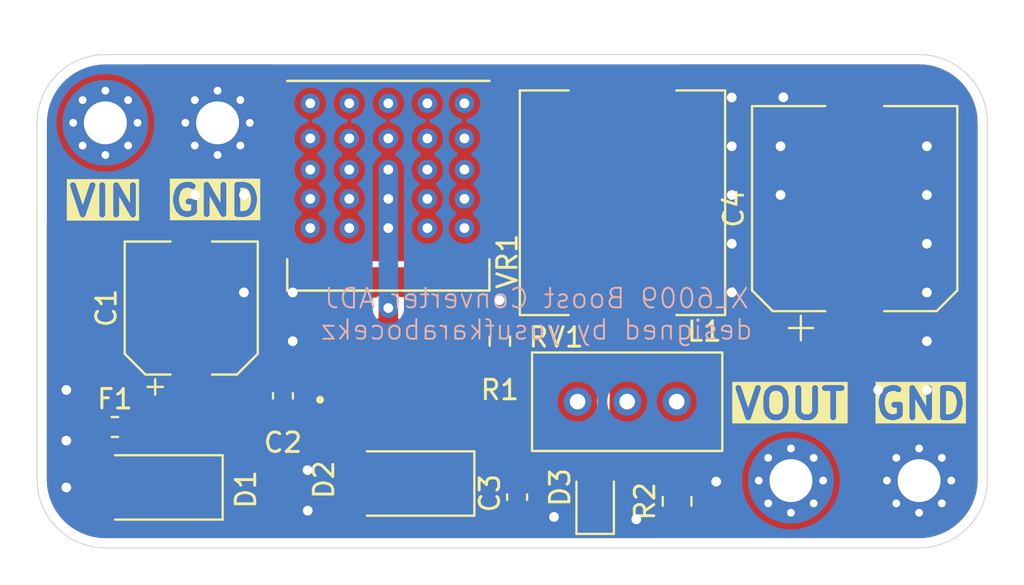
<source format=kicad_pcb>
(kicad_pcb (version 20241229) (generator "pcbnew") (generator_version "9.0")
  (layers (0 "F.Cu" signal) (2 "B.Cu" signal) (13 "F.Paste" user) (15 "B.Paste" user) (5 "F.SilkS" user "F.Silkscreen") (7 "B.SilkS" user "B.Silkscreen") (1 "F.Mask" user) (3 "B.Mask" user) (25 "Edge.Cuts" user))
  (net 0 "")
  (net 1 "VDD")
  (net 2 "GND")
  (net 3 "VOUT")
  (net 4 "Net-(D2-A)")
  (net 5 "Net-(D3-A)")
  (net 6 "VCC")
  (net 7 "Net-(VR1-FB)")
  (footprint "Fuse:Fuse_0603_1608Metric" (layer "F.Cu") (at 168.3875 79.4)
    (property "Reference" "F1" (at 0 -1.43 0) (layer "F.SilkS"))
    (property "Value" "MF-MSMF0503" (hide yes))
    (fp_line (start -0.162779 -0.51) (end 0.162779 -0.51) (stroke (width 0.12)) (layer "F.SilkS"))
    (fp_line (start -0.162779 0.51) (end 0.162779 0.51) (stroke (width 0.12)) (layer "F.SilkS"))
    (pad "1" smd roundrect (at -0.7875 0) (size 0.875 0.95) (layers "F.Cu" "F.Mask" "F.Paste") (net 6 "VCC"))
    (pad "2" smd roundrect (at 0.7875 0) (size 0.875 0.95) (layers "F.Cu" "F.Mask" "F.Paste") (net 1 "VDD"))
  )
  (footprint "XL6009:DPAK170P1435X465-6N" (layer "F.Cu") (at 182.4 69.7 90)
    (property "Reference" "VR1" (at -1.2 6.1 270) (layer "F.SilkS"))
    (property "Value" "XL6009" (hide yes))
    (fp_line (start 8.05 -5.18) (end 8.05 5.18) (stroke (width 0.127)) (layer "F.SilkS"))
    (fp_line (start -1.1 -5.18) (end -2.705 -5.18) (stroke (width 0.127)) (layer "F.SilkS"))
    (fp_line (start -2.705 -5.18) (end -2.705 5.18) (stroke (width 0.127)) (layer "F.SilkS"))
    (fp_line (start -1.1 5.18) (end -2.705 5.18) (stroke (width 0.127)) (layer "F.SilkS"))
    (fp_circle (center -8.3 -3.5) (end -8.2 -3.5) (stroke (width 0.2)) (fill no) (layer "F.SilkS"))
    (pad "1" smd rect (at -6.13 -3.4 90) (size 3.21 1.05) (layers "F.Cu" "F.Mask" "F.Paste") (net 2 "GND"))
    (pad "2" smd rect (at -6.13 -1.7 90) (size 3.21 1.05) (layers "F.Cu" "F.Mask" "F.Paste") (net 1 "VDD"))
    (pad "3" smd rect (at -6.13 0 90) (size 3.21 1.05) (layers "F.Cu" "F.Mask" "F.Paste") (net 4 "Net-(D2-A)"))
    (pad "4" smd rect (at -6.13 1.7 90) (size 3.21 1.05) (layers "F.Cu" "F.Mask" "F.Paste") (net 1 "VDD"))
    (pad "5" smd rect (at -6.13 3.4 90) (size 3.21 1.05) (layers "F.Cu" "F.Mask" "F.Paste") (net 7 "Net-(VR1-FB)"))
    (pad "6" smd rect (at 3.5 0 90) (size 8.46 10.53) (layers "F.Cu" "F.Mask") (net 4 "Net-(D2-A)"))
  )
  (footprint "LED_SMD:LED_0805_2012Metric" (layer "F.Cu") (at 193 83.2 90)
    (property "Reference" "D3" (at 0.7 -1.8 90) (layer "F.SilkS"))
    (property "Value" "LED" (hide yes))
    (fp_line (start 1 -0.96) (end -1.685 -0.96) (stroke (width 0.12)) (layer "F.SilkS"))
    (fp_line (start -1.685 -0.96) (end -1.685 0.96) (stroke (width 0.12)) (layer "F.SilkS"))
    (fp_line (start -1.685 0.96) (end 1 0.96) (stroke (width 0.12)) (layer "F.SilkS"))
    (pad "1" smd roundrect (at -0.9375 0 90) (size 0.975 1.4) (layers "F.Cu" "F.Mask" "F.Paste") (net 2 "GND"))
    (pad "2" smd roundrect (at 0.9375 0 90) (size 0.975 1.4) (layers "F.Cu" "F.Mask" "F.Paste") (net 5 "Net-(D3-A)"))
  )
  (footprint "MountingHole:MountingHole_2.2mm_M2_Pad_Via" (layer "F.Cu") (at 173.65 63.8)
    (property "Reference" "H2" (hide yes))
    (property "Value" "GND" (hide yes))
    (pad "1" thru_hole circle (at -1.65 0) (size 0.7 0.7) (drill 0.4) (layers "*.Cu" "*.Mask") (net 2 "GND"))
    (pad "1" thru_hole circle (at -1.166726 -1.166726) (size 0.7 0.7) (drill 0.4) (layers "*.Cu" "*.Mask") (net 2 "GND"))
    (pad "1" thru_hole circle (at -1.166726 1.166726) (size 0.7 0.7) (drill 0.4) (layers "*.Cu" "*.Mask") (net 2 "GND"))
    (pad "1" thru_hole circle (at 0 -1.65) (size 0.7 0.7) (drill 0.4) (layers "*.Cu" "*.Mask") (net 2 "GND"))
    (pad "1" thru_hole circle (at 0 0) (size 4.4 4.4) (drill 2.2) (layers "*.Cu" "*.Mask") (net 2 "GND"))
    (pad "1" thru_hole circle (at 0 1.65) (size 0.7 0.7) (drill 0.4) (layers "*.Cu" "*.Mask") (net 2 "GND"))
    (pad "1" thru_hole circle (at 1.166726 -1.166726) (size 0.7 0.7) (drill 0.4) (layers "*.Cu" "*.Mask") (net 2 "GND"))
    (pad "1" thru_hole circle (at 1.166726 1.166726) (size 0.7 0.7) (drill 0.4) (layers "*.Cu" "*.Mask") (net 2 "GND"))
    (pad "1" thru_hole circle (at 1.65 0) (size 0.7 0.7) (drill 0.4) (layers "*.Cu" "*.Mask") (net 2 "GND"))
  )
  (footprint "MountingHole:MountingHole_2.2mm_M2_Pad_Via" (layer "F.Cu") (at 167.9 63.8)
    (property "Reference" "H1" (hide yes))
    (property "Value" "VCC" (hide yes))
    (pad "1" thru_hole circle (at -1.65 0) (size 0.7 0.7) (drill 0.4) (layers "*.Cu" "*.Mask") (net 6 "VCC"))
    (pad "1" thru_hole circle (at -1.166726 -1.166726) (size 0.7 0.7) (drill 0.4) (layers "*.Cu" "*.Mask") (net 6 "VCC"))
    (pad "1" thru_hole circle (at -1.166726 1.166726) (size 0.7 0.7) (drill 0.4) (layers "*.Cu" "*.Mask") (net 6 "VCC"))
    (pad "1" thru_hole circle (at 0 -1.65) (size 0.7 0.7) (drill 0.4) (layers "*.Cu" "*.Mask") (net 6 "VCC"))
    (pad "1" thru_hole circle (at 0 0) (size 4.4 4.4) (drill 2.2) (layers "*.Cu" "*.Mask") (net 6 "VCC"))
    (pad "1" thru_hole circle (at 0 1.65) (size 0.7 0.7) (drill 0.4) (layers "*.Cu" "*.Mask") (net 6 "VCC"))
    (pad "1" thru_hole circle (at 1.166726 -1.166726) (size 0.7 0.7) (drill 0.4) (layers "*.Cu" "*.Mask") (net 6 "VCC"))
    (pad "1" thru_hole circle (at 1.166726 1.166726) (size 0.7 0.7) (drill 0.4) (layers "*.Cu" "*.Mask") (net 6 "VCC"))
    (pad "1" thru_hole circle (at 1.65 0) (size 0.7 0.7) (drill 0.4) (layers "*.Cu" "*.Mask") (net 6 "VCC"))
  )
  (footprint "Potentiometer_THT:Potentiometer_Bourns_3296W_Vertical" (layer "F.Cu") (at 197.18 78.1)
    (property "Reference" "RV1" (at -6.18 -3.3 0) (layer "F.SilkS"))
    (property "Value" "50k" (hide yes))
    (fp_line (start -7.415 -2.52) (end -7.415 2.53) (stroke (width 0.12)) (layer "F.SilkS"))
    (fp_line (start -7.415 -2.52) (end 2.335 -2.52) (stroke (width 0.12)) (layer "F.SilkS"))
    (fp_line (start -7.415 2.53) (end 2.335 2.53) (stroke (width 0.12)) (layer "F.SilkS"))
    (fp_line (start 2.335 -2.52) (end 2.335 2.53) (stroke (width 0.12)) (layer "F.SilkS"))
    (pad "1" thru_hole circle (at 0 0) (size 1.44 1.44) (drill 0.8) (layers "*.Cu" "*.Mask") (net 3 "VOUT"))
    (pad "2" thru_hole circle (at -2.54 0) (size 1.44 1.44) (drill 0.8) (layers "*.Cu" "*.Mask") (net 3 "VOUT"))
    (pad "3" thru_hole circle (at -5.08 0) (size 1.44 1.44) (drill 0.8) (layers "*.Cu" "*.Mask") (net 7 "Net-(VR1-FB)"))
  )
  (footprint "Resistor_SMD:R_0603_1608Metric" (layer "F.Cu") (at 188.1152 74.999233 -90)
    (property "Reference" "R1" (at 2.500767 0 180) (layer "F.SilkS"))
    (property "Value" "330R" (hide yes))
    (fp_line (start -0.237258 0.5225) (end 0.237258 0.5225) (stroke (width 0.12)) (layer "F.SilkS"))
    (fp_line (start -0.237258 -0.5225) (end 0.237258 -0.5225) (stroke (width 0.12)) (layer "F.SilkS"))
    (pad "1" smd roundrect (at -0.825 0 270) (size 0.8 0.95) (layers "F.Cu" "F.Mask" "F.Paste") (net 2 "GND"))
    (pad "2" smd roundrect (at 0.825 0 270) (size 0.8 0.95) (layers "F.Cu" "F.Mask" "F.Paste") (net 7 "Net-(VR1-FB)"))
  )
  (footprint "MountingHole:MountingHole_2.2mm_M2_Pad_Via" (layer "F.Cu") (at 203.033274 82.15)
    (property "Reference" "H3" (hide yes))
    (property "Value" "VOUT" (hide yes))
    (pad "1" thru_hole circle (at -1.65 0) (size 0.7 0.7) (drill 0.4) (layers "*.Cu" "*.Mask") (net 3 "VOUT"))
    (pad "1" thru_hole circle (at -1.166726 -1.166726) (size 0.7 0.7) (drill 0.4) (layers "*.Cu" "*.Mask") (net 3 "VOUT"))
    (pad "1" thru_hole circle (at -1.166726 1.166726) (size 0.7 0.7) (drill 0.4) (layers "*.Cu" "*.Mask") (net 3 "VOUT"))
    (pad "1" thru_hole circle (at 0 -1.65) (size 0.7 0.7) (drill 0.4) (layers "*.Cu" "*.Mask") (net 3 "VOUT"))
    (pad "1" thru_hole circle (at 0 0) (size 4.4 4.4) (drill 2.2) (layers "*.Cu" "*.Mask") (net 3 "VOUT"))
    (pad "1" thru_hole circle (at 0 1.65) (size 0.7 0.7) (drill 0.4) (layers "*.Cu" "*.Mask") (net 3 "VOUT"))
    (pad "1" thru_hole circle (at 1.166726 -1.166726) (size 0.7 0.7) (drill 0.4) (layers "*.Cu" "*.Mask") (net 3 "VOUT"))
    (pad "1" thru_hole circle (at 1.166726 1.166726) (size 0.7 0.7) (drill 0.4) (layers "*.Cu" "*.Mask") (net 3 "VOUT"))
    (pad "1" thru_hole circle (at 1.65 0) (size 0.7 0.7) (drill 0.4) (layers "*.Cu" "*.Mask") (net 3 "VOUT"))
  )
  (footprint "Capacitor_SMD:CP_Elec_10x10" (layer "F.Cu") (at 206.3 68.2 90)
    (property "Reference" "C4" (at 0 -6.2 90) (layer "F.SilkS"))
    (property "Value" "47uF" (hide yes))
    (fp_line (start 5.26 -5.26) (end 5.26 -1.51) (stroke (width 0.12)) (layer "F.SilkS"))
    (fp_line (start -4.195563 -5.26) (end 5.26 -5.26) (stroke (width 0.12)) (layer "F.SilkS"))
    (fp_line (start -5.26 -4.195563) (end -4.195563 -5.26) (stroke (width 0.12)) (layer "F.SilkS"))
    (fp_line (start -5.26 -4.195563) (end -5.26 -1.51) (stroke (width 0.12)) (layer "F.SilkS"))
    (fp_line (start -6.125 -3.385) (end -6.125 -2.135) (stroke (width 0.12)) (layer "F.SilkS"))
    (fp_line (start -6.75 -2.76) (end -5.5 -2.76) (stroke (width 0.12)) (layer "F.SilkS"))
    (fp_line (start -5.26 4.195563) (end -5.26 1.51) (stroke (width 0.12)) (layer "F.SilkS"))
    (fp_line (start -5.26 4.195563) (end -4.195563 5.26) (stroke (width 0.12)) (layer "F.SilkS"))
    (fp_line (start 5.26 5.26) (end 5.26 1.51) (stroke (width 0.12)) (layer "F.SilkS"))
    (fp_line (start -4.195563 5.26) (end 5.26 5.26) (stroke (width 0.12)) (layer "F.SilkS"))
    (pad "1" smd roundrect (at -4 0 90) (size 4 2.5) (layers "F.Cu" "F.Mask" "F.Paste") (roundrect_rratio 0.1) (net 3 "VOUT"))
    (pad "2" smd roundrect (at 4 0 90) (size 4 2.5) (layers "F.Cu" "F.Mask" "F.Paste") (roundrect_rratio 0.1) (net 2 "GND"))
  )
  (footprint "Capacitor_SMD:C_0603_1608Metric" (layer "F.Cu") (at 189 83 -90)
    (property "Reference" "C3" (at -0.2 1.4 270) (layer "F.SilkS"))
    (property "Value" "100nF" (hide yes))
    (fp_line (start -0.14058 0.51) (end 0.14058 0.51) (stroke (width 0.12)) (layer "F.SilkS"))
    (fp_line (start -0.14058 -0.51) (end 0.14058 -0.51) (stroke (width 0.12)) (layer "F.SilkS"))
    (pad "1" smd roundrect (at -0.775 0 270) (size 0.9 0.95) (layers "F.Cu" "F.Mask" "F.Paste") (net 3 "VOUT"))
    (pad "2" smd roundrect (at 0.775 0 270) (size 0.9 0.95) (layers "F.Cu" "F.Mask" "F.Paste") (net 2 "GND"))
  )
  (footprint "Resistor_SMD:R_0805_2012Metric" (layer "F.Cu") (at 197.2 83.2125 90)
    (property "Reference" "R2" (at 0 -1.65 90) (layer "F.SilkS"))
    (property "Value" "1k" (hide yes))
    (fp_line (start -0.227064 -0.735) (end 0.227064 -0.735) (stroke (width 0.12)) (layer "F.SilkS"))
    (fp_line (start -0.227064 0.735) (end 0.227064 0.735) (stroke (width 0.12)) (layer "F.SilkS"))
    (pad "1" smd roundrect (at -0.9125 0 90) (size 1.025 1.4) (layers "F.Cu" "F.Mask" "F.Paste") (roundrect_rratio 0.243902) (net 3 "VOUT"))
    (pad "2" smd roundrect (at 0.9125 0 90) (size 1.025 1.4) (layers "F.Cu" "F.Mask" "F.Paste") (roundrect_rratio 0.243902) (net 5 "Net-(D3-A)"))
  )
  (footprint "Diode_SMD:D_SMA" (layer "F.Cu") (at 183.3 82.3 180)
    (property "Reference" "D2" (at 4.2 0.2 90) (layer "F.SilkS"))
    (property "Value" "1N5824" (hide yes))
    (fp_line (start -3.51 1.65) (end 2 1.65) (stroke (width 0.12)) (layer "F.SilkS"))
    (fp_line (start -3.51 -1.65) (end 2 -1.65) (stroke (width 0.12)) (layer "F.SilkS"))
    (fp_line (start -3.51 -1.65) (end -3.51 1.65) (stroke (width 0.12)) (layer "F.SilkS"))
    (pad "1" smd roundrect (at -2 0 180) (size 2.5 1.8) (layers "F.Cu" "F.Mask" "F.Paste") (roundrect_rratio 0.1388888889) (net 3 "VOUT"))
    (pad "2" smd roundrect (at 2 0 180) (size 2.5 1.8) (layers "F.Cu" "F.Mask" "F.Paste") (roundrect_rratio 0.1388888889) (net 4 "Net-(D2-A)"))
  )
  (footprint "Capacitor_SMD:CP_Elec_6.3x5.4" (layer "F.Cu") (at 172.3 73.3 90)
    (property "Reference" "C1" (at 0 -4.35 90) (layer "F.SilkS"))
    (property "Value" "47uF" (hide yes))
    (fp_line (start 3.41 -3.41) (end 3.41 -1.06) (stroke (width 0.12)) (layer "F.SilkS"))
    (fp_line (start -2.345563 -3.41) (end 3.41 -3.41) (stroke (width 0.12)) (layer "F.SilkS"))
    (fp_line (start -3.41 -2.345563) (end -2.345563 -3.41) (stroke (width 0.12)) (layer "F.SilkS"))
    (fp_line (start -3.41 -2.345563) (end -3.41 -1.06) (stroke (width 0.12)) (layer "F.SilkS"))
    (fp_line (start -4.04375 -2.24125) (end -4.04375 -1.45375) (stroke (width 0.12)) (layer "F.SilkS"))
    (fp_line (start -4.4375 -1.8475) (end -3.65 -1.8475) (stroke (width 0.12)) (layer "F.SilkS"))
    (fp_line (start -3.41 2.345563) (end -3.41 1.06) (stroke (width 0.12)) (layer "F.SilkS"))
    (fp_line (start -3.41 2.345563) (end -2.345563 3.41) (stroke (width 0.12)) (layer "F.SilkS"))
    (fp_line (start 3.41 3.41) (end 3.41 1.06) (stroke (width 0.12)) (layer "F.SilkS"))
    (fp_line (start -2.345563 3.41) (end 3.41 3.41) (stroke (width 0.12)) (layer "F.SilkS"))
    (pad "1" smd roundrect (at -2.8 0 90) (size 3.5 1.6) (layers "F.Cu" "F.Mask" "F.Paste") (roundrect_rratio 0.15625) (net 1 "VDD"))
    (pad "2" smd roundrect (at 2.8 0 90) (size 3.5 1.6) (layers "F.Cu" "F.Mask" "F.Paste") (roundrect_rratio 0.15625) (net 2 "GND"))
  )
  (footprint "Capacitor_SMD:C_0603_1608Metric" (layer "F.Cu") (at 177 77.8 90)
    (property "Reference" "C2" (at -2.4 0 180) (layer "F.SilkS"))
    (property "Value" "100nF" (hide yes))
    (fp_line (start -0.14058 -0.51) (end 0.14058 -0.51) (stroke (width 0.12)) (layer "F.SilkS"))
    (fp_line (start -0.14058 0.51) (end 0.14058 0.51) (stroke (width 0.12)) (layer "F.SilkS"))
    (pad "1" smd roundrect (at -0.775 0 90) (size 0.9 0.95) (layers "F.Cu" "F.Mask" "F.Paste") (net 1 "VDD"))
    (pad "2" smd roundrect (at 0.775 0 90) (size 0.9 0.95) (layers "F.Cu" "F.Mask" "F.Paste") (net 2 "GND"))
  )
  (footprint "MountingHole:MountingHole_2.2mm_M2_Pad_Via" (layer "F.Cu") (at 209.6 82.15)
    (property "Reference" "H4" (hide yes))
    (property "Value" "GND" (hide yes))
    (pad "1" thru_hole circle (at -1.65 0) (size 0.7 0.7) (drill 0.4) (layers "*.Cu" "*.Mask") (net 2 "GND"))
    (pad "1" thru_hole circle (at -1.166726 -1.166726) (size 0.7 0.7) (drill 0.4) (layers "*.Cu" "*.Mask") (net 2 "GND"))
    (pad "1" thru_hole circle (at -1.166726 1.166726) (size 0.7 0.7) (drill 0.4) (layers "*.Cu" "*.Mask") (net 2 "GND"))
    (pad "1" thru_hole circle (at 0 -1.65) (size 0.7 0.7) (drill 0.4) (layers "*.Cu" "*.Mask") (net 2 "GND"))
    (pad "1" thru_hole circle (at 0 0) (size 4.4 4.4) (drill 2.2) (layers "*.Cu" "*.Mask") (net 2 "GND"))
    (pad "1" thru_hole circle (at 0 1.65) (size 0.7 0.7) (drill 0.4) (layers "*.Cu" "*.Mask") (net 2 "GND"))
    (pad "1" thru_hole circle (at 1.166726 -1.166726) (size 0.7 0.7) (drill 0.4) (layers "*.Cu" "*.Mask") (net 2 "GND"))
    (pad "1" thru_hole circle (at 1.166726 1.166726) (size 0.7 0.7) (drill 0.4) (layers "*.Cu" "*.Mask") (net 2 "GND"))
    (pad "1" thru_hole circle (at 1.65 0) (size 0.7 0.7) (drill 0.4) (layers "*.Cu" "*.Mask") (net 2 "GND"))
  )
  (footprint "Diode_SMD:D_SMA" (layer "F.Cu") (at 170.4 82.5 180)
    (property "Reference" "D1" (at -4.7 -0.1 90) (layer "F.SilkS"))
    (property "Value" "1SMA4743A" (hide yes))
    (fp_line (start -3.51 1.65) (end 2 1.65) (stroke (width 0.12)) (layer "F.SilkS"))
    (fp_line (start -3.51 -1.65) (end 2 -1.65) (stroke (width 0.12)) (layer "F.SilkS"))
    (fp_line (start -3.51 -1.65) (end -3.51 1.65) (stroke (width 0.12)) (layer "F.SilkS"))
    (pad "1" smd roundrect (at -2 0 180) (size 2.5 1.8) (layers "F.Cu" "F.Mask" "F.Paste") (roundrect_rratio 0.1388888889) (net 1 "VDD"))
    (pad "2" smd roundrect (at 2 0 180) (size 2.5 1.8) (layers "F.Cu" "F.Mask" "F.Paste") (roundrect_rratio 0.1388888889) (net 2 "GND"))
  )
  (footprint "Inductor_SMD:L_Bourns_SRP1050WA" (layer "F.Cu") (at 194.4 67.9 90)
    (property "Reference" "L1" (at -6.6 4.2 180) (layer "F.SilkS"))
    (property "Value" "33uH" (hide yes))
    (fp_line (start 5.76 -5.26) (end 5.76 -2.76) (stroke (width 0.12)) (layer "F.SilkS"))
    (fp_line (start -5.76 -5.26) (end 5.76 -5.26) (stroke (width 0.12)) (layer "F.SilkS"))
    (fp_line (start -5.76 -5.26) (end -5.76 -2.76) (stroke (width 0.12)) (layer "F.SilkS"))
    (fp_line (start 5.76 5.26) (end 5.76 2.76) (stroke (width 0.12)) (layer "F.SilkS"))
    (fp_line (start -5.76 5.26) (end -5.76 2.76) (stroke (width 0.12)) (layer "F.SilkS"))
    (fp_line (start -5.76 5.26) (end 5.76 5.26) (stroke (width 0.12)) (layer "F.SilkS"))
    (pad "1" smd roundrect (at -4.45 0 90) (size 3.4 5) (layers "F.Cu" "F.Mask" "F.Paste") (roundrect_rratio 0.073529) (net 1 "VDD"))
    (pad "2" smd roundrect (at 4.45 0 90) (size 3.4 5) (layers "F.Cu" "F.Mask" "F.Paste") (roundrect_rratio 0.073529) (net 4 "Net-(D2-A)"))
  )
  (gr_arc (start 209.6 60.3) (mid 212.074874 61.325126) (end 213.1 63.8) (stroke (width 0.05)) (layer "Edge.Cuts"))
  (gr_arc (start 164.4 63.8) (mid 165.425126 61.325126) (end 167.9 60.3) (stroke (width 0.05)) (layer "Edge.Cuts"))
  (gr_line (start 164.4 63.8) (end 164.4 82.1) (stroke (width 0.05)) (layer "Edge.Cuts"))
  (gr_arc (start 167.9 85.6) (mid 165.425126 84.574874) (end 164.4 82.1) (stroke (width 0.05)) (layer "Edge.Cuts"))
  (gr_line (start 167.9 85.6) (end 209.6 85.6) (stroke (width 0.05)) (layer "Edge.Cuts"))
  (gr_line (start 209.6 60.3) (end 167.9 60.3) (stroke (width 0.05)) (layer "Edge.Cuts"))
  (gr_arc (start 213.1 82.1) (mid 212.074874 84.574874) (end 209.6 85.6) (stroke (width 0.05)) (layer "Edge.Cuts"))
  (gr_line (start 213.1 82.1) (end 213.1 63.8) (stroke (width 0.05)) (layer "Edge.Cuts"))
  (gr_text "VOUT" (at 200 79.1 0) (layer "F.SilkS" knockout) (effects (font (size 1.5 1.5) (thickness 0.3) (bold yes)) (justify left bottom)))
  (gr_text "GND" (at 171.036546 68.678265 0) (layer "F.SilkS" knockout) (effects (font (size 1.5 1.5) (thickness 0.3) (bold yes)) (justify left bottom)))
  (gr_text "VIN" (at 165.9 68.7 0) (layer "F.SilkS" knockout) (effects (font (size 1.5 1.5) (thickness 0.3) (bold yes)) (justify left bottom)))
  (gr_text "GND" (at 207.2 79.1 0) (layer "F.SilkS" knockout) (effects (font (size 1.5 1.5) (thickness 0.3) (bold yes)) (justify left bottom)))
  (gr_text "XL6009 Boost Converter ADJ\ndesigned by yusufkarabocekz" (at 190 75 0) (layer "B.SilkS") (effects (font (size 1 1) (thickness 0.1)) (justify bottom mirror)))
  (via (at 175 72.5) (size 1) (drill 0.5) (layers "F.Cu" "B.Cu") (net 2))
  (via (at 178.262541 81.613639) (size 1) (drill 0.5) (layers "F.Cu" "B.Cu") (net 2))
  (via (at 210 67.5) (size 1) (drill 0.5) (layers "F.Cu" "B.Cu") (net 2))
  (via (at 177.5 75) (size 1) (drill 0.5) (layers "F.Cu" "B.Cu") (net 2))
  (via (at 210 77.5) (size 1) (drill 0.5) (layers "F.Cu" "B.Cu") (net 2))
  (via (at 199.2 82.2) (size 1) (drill 0.5) (layers "F.Cu" "B.Cu") (net 2))
  (via (at 200 72.5) (size 1) (drill 0.5) (layers "F.Cu" "B.Cu") (net 2))
  (via (at 188.1 72.9) (size 1) (drill 0.5) (layers "F.Cu" "B.Cu") (net 2))
  (via (at 165.9 80.1) (size 1) (drill 0.5) (layers "F.Cu" "B.Cu") (net 2))
  (via (at 207.5 77.5) (size 1) (drill 0.5) (layers "F.Cu" "B.Cu") (net 2))
  (via (at 202.5 65) (size 1) (drill 0.5) (layers "F.Cu" "B.Cu") (net 2))
  (via (at 210 72.5) (size 1) (drill 0.5) (layers "F.Cu" "B.Cu") (net 2))
  (via (at 200 67.5) (size 1) (drill 0.5) (layers "F.Cu" "B.Cu") (net 2))
  (via (at 210 70) (size 1) (drill 0.5) (layers "F.Cu" "B.Cu") (net 2))
  (via (at 200 62.5) (size 1) (drill 0.5) (layers "F.Cu" "B.Cu") (net 2))
  (via (at 175 67.5) (size 1) (drill 0.5) (layers "F.Cu" "B.Cu") (net 2))
  (via (at 165.9 77.5) (size 1) (drill 0.5) (layers "F.Cu" "B.Cu") (net 2))
  (via (at 178.27004 83.688835) (size 1) (drill 0.5) (layers "F.Cu" "B.Cu") (net 2))
  (via (at 200 65) (size 1) (drill 0.5) (layers "F.Cu" "B.Cu") (net 2))
  (via (at 210 65) (size 1) (drill 0.5) (layers "F.Cu" "B.Cu") (net 2))
  (via (at 177.5 72.5) (size 1) (drill 0.5) (layers "F.Cu" "B.Cu") (net 2))
  (via (at 165.9 82.5) (size 1) (drill 0.5) (layers "F.Cu" "B.Cu") (net 2))
  (via (at 202.5 67.5) (size 1) (drill 0.5) (layers "F.Cu" "B.Cu") (net 2))
  (via (at 172.5 67.5) (size 1) (drill 0.5) (layers "F.Cu" "B.Cu") (net 2))
  (via (at 195.108005 84.136025) (size 1) (drill 0.5) (layers "F.Cu" "B.Cu") (net 2))
  (via (at 210 75) (size 1) (drill 0.5) (layers "F.Cu" "B.Cu") (net 2))
  (via (at 202.644083 62.489468) (size 1) (drill 0.5) (layers "F.Cu" "B.Cu") (net 2))
  (via (at 190.890881 84.013062) (size 1) (drill 0.5) (layers "F.Cu" "B.Cu") (net 2))
  (via (at 200 70) (size 1) (drill 0.5) (layers "F.Cu" "B.Cu") (net 2))
  (segment (start 182.4 75.83) (end 182.4 73.3) (width 1) (layer "F.Cu") (net 4))
  (via (at 182.4 62.8) (size 1) (drill 0.5) (layers "F.Cu" "B.Cu") (net 4))
  (via (at 184.4 66.2) (size 1) (drill 0.5) (layers "F.Cu" "B.Cu") (net 4))
  (via (at 178.4 64.6) (size 1) (drill 0.5) (layers "F.Cu" "B.Cu") (net 4))
  (via (at 184.4 64.6) (size 1) (drill 0.5) (layers "F.Cu" "B.Cu") (net 4))
  (via (at 184.4 62.8) (size 1) (drill 0.5) (layers "F.Cu" "B.Cu") (net 4))
  (via (at 186.3 67.7) (size 1) (drill 0.5) (layers "F.Cu" "B.Cu") (net 4))
  (via (at 178.4 62.8) (size 1) (drill 0.5) (layers "F.Cu" "B.Cu") (net 4))
  (via (at 182.4 73.3) (size 1) (drill 0.5) (layers "F.Cu" "B.Cu") (net 4))
  (via (at 178.4 69.2) (size 1) (drill 0.5) (layers "F.Cu" "B.Cu") (net 4))
  (via (at 180.4 69.2) (size 1) (drill 0.5) (layers "F.Cu" "B.Cu") (net 4))
  (via (at 180.4 64.6) (size 1) (drill 0.5) (layers "F.Cu" "B.Cu") (net 4))
  (via (at 186.3 64.6) (size 1) (drill 0.5) (layers "F.Cu" "B.Cu") (net 4))
  (via (at 182.4 69.2) (size 1) (drill 0.5) (layers "F.Cu" "B.Cu") (net 4))
  (via (at 186.3 66.2) (size 1) (drill 0.5) (layers "F.Cu" "B.Cu") (net 4))
  (via (at 184.4 67.7) (size 1) (drill 0.5) (layers "F.Cu" "B.Cu") (net 4))
  (via (at 180.4 66.2) (size 1) (drill 0.5) (layers "F.Cu" "B.Cu") (net 4))
  (via (at 178.4 67.7) (size 1) (drill 0.5) (layers "F.Cu" "B.Cu") (net 4))
  (via (at 184.4 69.2) (size 1) (drill 0.5) (layers "F.Cu" "B.Cu") (net 4))
  (via (at 182.4 64.6) (size 1) (drill 0.5) (layers "F.Cu" "B.Cu") (net 4))
  (via (at 186.3 62.8) (size 1) (drill 0.5) (layers "F.Cu" "B.Cu") (net 4))
  (via (at 186.3 69.2) (size 1) (drill 0.5) (layers "F.Cu" "B.Cu") (net 4))
  (via (at 180.4 62.8) (size 1) (drill 0.5) (layers "F.Cu" "B.Cu") (net 4))
  (via (at 178.4 66.2) (size 1) (drill 0.5) (layers "F.Cu" "B.Cu") (net 4))
  (via (at 182.4 67.7) (size 1) (drill 0.5) (layers "F.Cu" "B.Cu") (net 4))
  (via (at 180.4 67.7) (size 1) (drill 0.5) (layers "F.Cu" "B.Cu") (net 4))
  (via (at 182.4 66.2) (size 1) (drill 0.5) (layers "F.Cu" "B.Cu") (net 4))
  (segment (start 182.4 73.3) (end 182.4 66.2) (width 1) (layer "B.Cu") (net 4))
  (segment (start 193.0375 82.3) (end 193 82.2625) (width 1) (layer "F.Cu") (net 5))
  (segment (start 197.2 82.3) (end 193.0375 82.3) (width 1) (layer "F.Cu") (net 5))
  (zone (net 1) (net_name "VDD") (layer "F.Cu") (priority 6) (connect_pads yes (clearance 0.3)) (min_thickness 0.25) (fill yes (thermal_gap 0.5) (thermal_bridge_width 0.5))
    (polygon (pts (xy 181.4 72.933334) (xy 181.65 72.6) (xy 183.225 72.6) (xy 183.4 72.833334) (xy 183.4 77.7) (xy 183.6 77.9) (xy 184.6 77.9) (xy 184.8 77.7) (xy 184.8 72.36) (xy 184.4 71.8) (xy 180.4 71.8) (xy 180 72.25) (xy 180 74.75) (xy 180.166667 75) (xy 181 75) (xy 181.4 74.7)))
  )
  (zone (net 4) (net_name "Net-(D2-A)") (layer "F.Cu") (priority 3) (connect_pads yes (clearance 0.3)) (min_thickness 0.25) (fill yes (thermal_gap 0.5) (thermal_bridge_width 0.5))
    (polygon (pts (xy 182.9 73.8) (xy 183.1 74.1) (xy 183.1 83.1) (xy 182.5 83.7) (xy 180.05 83.7) (xy 179.6 83.1) (xy 179.6 80.7) (xy 180 80.3) (xy 181.3 80.3) (xy 181.7 79.9) (xy 181.7 74) (xy 181.9 73.8) (xy 182.5 73.8)))
  )
  (zone (net 1) (net_name "VDD") (layer "F.Cu") (priority 7) (connect_pads yes (clearance 0.3)) (min_thickness 0.25) (fill yes (thermal_gap 0.5) (thermal_bridge_width 0.5))
    (polygon (pts (xy 184.8 72.7) (xy 185.5 72.1) (xy 189.56 72.1) (xy 190.2 72.9) (xy 190.2 74) (xy 190.5 74.4) (xy 197.1 74.4) (xy 197.8 73.7) (xy 197.8 70.4) (xy 197.2 69.7) (xy 190.44 69.7) (xy 190.2 70.000001) (xy 190.2 71) (xy 190.02 71.2) (xy 180.84 71.2) (xy 180 72.25) (xy 180 72.7) (xy 180.1 72.8)))
  )
  (zone (net 6) (net_name "VCC") (layer "F.Cu") (priority 1) (connect_pads yes (clearance 0.3)) (min_thickness 0.25) (fill yes (thermal_gap 0.5) (thermal_bridge_width 0.5))
    (polygon (pts (xy 169.573333 61.1) (xy 170.6 62.5) (xy 170.6 68.6) (xy 169.6 69.5) (xy 169.6 75.4) (xy 168.2 76.5) (xy 168.2 80) (xy 168 80.2) (xy 167.1 80.2) (xy 166.9 80) (xy 166.9 76.5) (xy 165.8 75.3) (xy 165.8 69.2) (xy 165.2 68.466666) (xy 165.2 62.6875) (xy 166.694118 61.1)))
  )
  (zone (net 3) (net_name "VOUT") (layer "F.Cu") (priority 5) (connect_pads yes (clearance 0.3)) (min_thickness 0.25) (fill yes (thermal_gap 0.5) (thermal_bridge_width 0.5))
    (polygon (pts (xy 183.7 80.375391) (xy 183.7 83.3) (xy 184.1 83.7) (xy 187 83.7) (xy 187.8 82.9) (xy 190 82.9) (xy 190.6 82.5) (xy 190.6 81.475) (xy 191 81.1) (xy 199.683333 81.1) (xy 200.1 81.6) (xy 200.1 84.1) (xy 200.766667 84.9) (xy 205.133333 84.9) (xy 205.8 84.1) (xy 205.8 76.3) (xy 206.3 75.6) (xy 207.9 75.6) (xy 208.4 75) (xy 208.4 70.2) (xy 207.7 69.4) (xy 204.1 69.4) (xy 203.6 70.1) (xy 203.6 74.2) (xy 202 75.8) (xy 194.4 75.8) (xy 193.750745 76.449255) (xy 193.729913 79.516815) (xy 193.421907 79.906902) (xy 184.077045 79.898212)))
  )
  (zone (net 7) (net_name "Net-(VR1-FB)") (layer "F.Cu") (priority 4) (connect_pads yes (clearance 0.3)) (min_thickness 0.25) (fill yes (thermal_gap 0.5) (thermal_bridge_width 0.5))
    (polygon (pts (xy 186.4 73.7) (xy 186.6 73.9) (xy 186.6 74.9) (xy 186.8 75.1) (xy 190.5 75.1) (xy 191 75.9) (xy 192.6 75.9) (xy 193.1 76.4) (xy 193.1 79) (xy 192.7 79.5) (xy 191 79.5) (xy 190.6 78.9) (xy 190.6 78.2) (xy 190.4 78) (xy 185.2 78) (xy 185.1 77.8) (xy 185.1 74) (xy 185.3 73.7) (xy 185.5 73.7)))
  )
  (zone (net 4) (net_name "Net-(D2-A)") (layer "F.Cu") (priority 8) (connect_pads yes (clearance 0.3)) (min_thickness 0.25) (fill yes (thermal_gap 0.5) (thermal_bridge_width 0.5))
    (polygon (pts (xy 197.5 61.8) (xy 197.5 65.3) (xy 197.1 65.8) (xy 189.5 65.8) (xy 189 66.5) (xy 189 70.4) (xy 188.5 70.9) (xy 177 70.9) (xy 176.5 70.4) (xy 176.5 61.5) (xy 177 61) (xy 196.9 61)))
  )
  (zone (net 1) (net_name "VDD") (layer "F.Cu") (priority 2) (connect_pads yes (clearance 0.3)) (min_thickness 0.25) (fill yes (thermal_gap 0.5) (thermal_bridge_width 0.5))
    (polygon (pts (xy 171.1 73.6) (xy 170.7 74) (xy 170.7 78.133336) (xy 170.425002 78.5) (xy 168.9 78.5) (xy 168.6 78.8) (xy 168.6 79.949999) (xy 168.9 80.4) (xy 170.3 80.4) (xy 170.6 80.8) (xy 170.6 83.6) (xy 171 84) (xy 175.8 84) (xy 176.8 83.1) (xy 176.8 80.3) (xy 177.3 79.8) (xy 180.7 79.8) (xy 181.4 79.216667) (xy 181.4 74.050001) (xy 181.233333 73.8) (xy 180.1 73.8) (xy 180 74) (xy 180 77.8) (xy 179.8 78) (xy 174.325 78) (xy 174 77.566667) (xy 174 73.9) (xy 173.7 73.6) (xy 172.1 73.6)))
  )
  (zone (net 3) (net_name "VOUT") (layer "F.Cu") (priority 9) (connect_pads yes (clearance 0.3)) (min_thickness 0.25) (fill yes (thermal_gap 0.5) (thermal_bridge_width 0.5))
    (polygon (pts (xy 196.7 83.4) (xy 196.4 83.6) (xy 196.4 84.6) (xy 196.7 84.9) (xy 200.8 84.9) (xy 201 84.7) (xy 201 83.9) (xy 200.6 83.4) (xy 200.3 82.9) (xy 200.1 82.9) (xy 200.1 83.1) (xy 199.8 83.4)))
  )
  (zone (net 2) (net_name "GND") (layers "F.Cu" "B.Cu") (connect_pads yes (clearance 0.3)) (min_thickness 0.25) (fill yes (thermal_gap 0.5) (thermal_bridge_width 0.5))
    (polygon (pts (xy 162.5 57.5) (xy 215 57.5) (xy 215 87.5) (xy 162.5 87.5)))
  )
)
</source>
